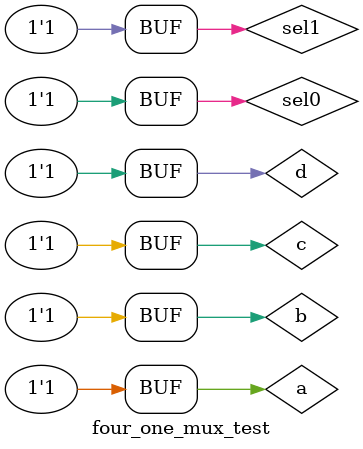
<source format=v>
`timescale 1ns / 1ps


module four_one_mux_test;

	// Inputs
	reg a;
	reg b;
	reg c;
	reg d;
	reg sel0;
	reg sel1;

	// Outputs
	wire op;

	// Instantiate the Unit Under Test (UUT)
	four_one_mux uut (
		.op(op), 
		.a(a), 
		.b(b), 
		.c(c), 
		.d(d), 
		.sel0(sel0), 
		.sel1(sel1)
	);

	initial begin
		// Initialize Inputs
		a = 0;
		b = 0;
		c = 0;
		d = 0;
		sel0 = 0;
		sel1 = 0;
		// Wait 100 ns for global reset to finish
		#10;
        repeat(63)
		  begin
		  #10;
		  sel1 = sel1^(sel0&d&c&b&a);
		  sel0 = sel0^(d&c&b&a);
		  d = d^(c&b&a);
		  c = c^(b&a);
		  b = b^(a);
		  a = a^1;
		  end
		// Add stimulus here
	end
endmodule


</source>
